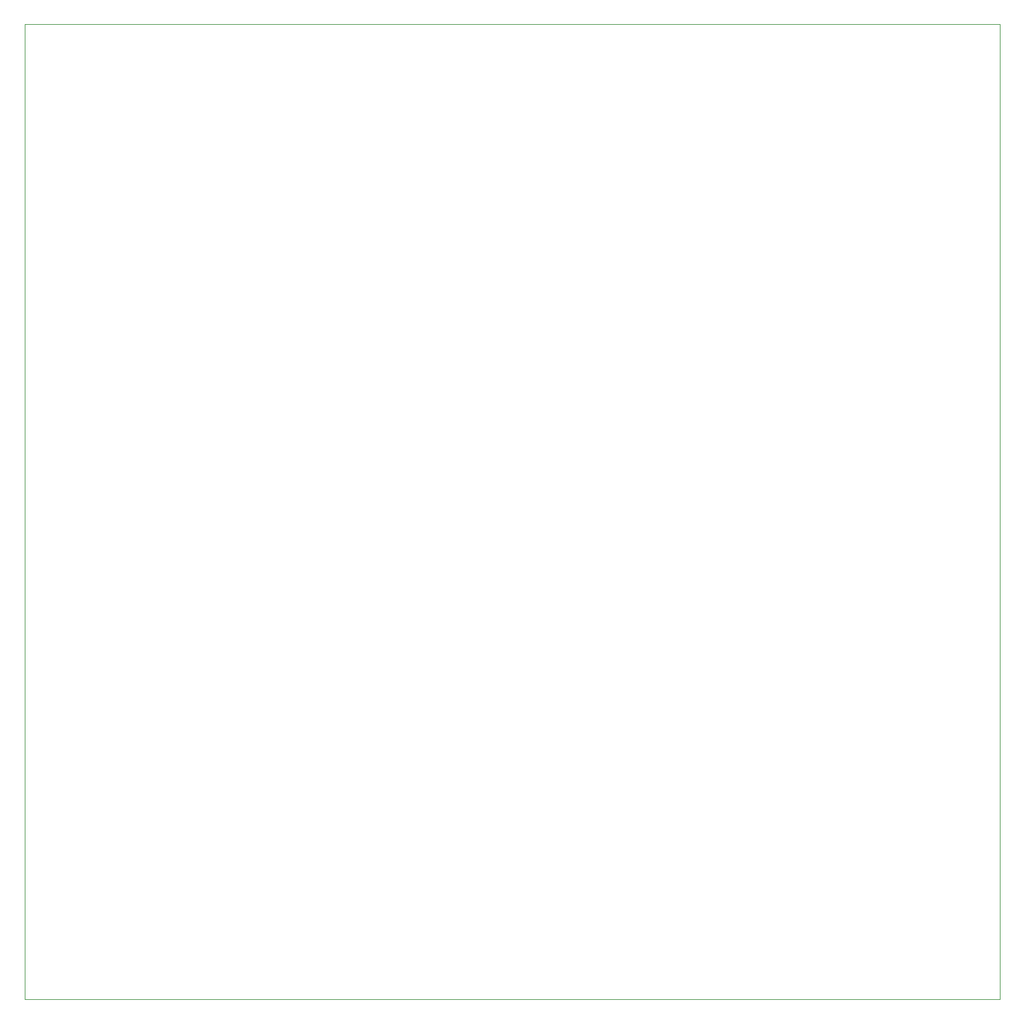
<source format=gbr>
%TF.GenerationSoftware,Altium Limited,Altium Designer,22.4.2 (48)*%
G04 Layer_Color=0*
%FSLAX26Y26*%
%MOIN*%
%TF.SameCoordinates,1C2CB1AA-ACBE-45DF-AC24-D873E68AE3FE*%
%TF.FilePolarity,Positive*%
%TF.FileFunction,Profile,NP*%
%TF.Part,Single*%
G01*
G75*
%TA.AperFunction,Profile*%
%ADD172C,0.001000*%
D172*
X984252Y984252D02*
Y6102363D01*
X6102363D01*
Y984252D01*
X984252D01*
%TF.MD5,12333494a5c45bcf96ba61ca9d361939*%
M02*

</source>
